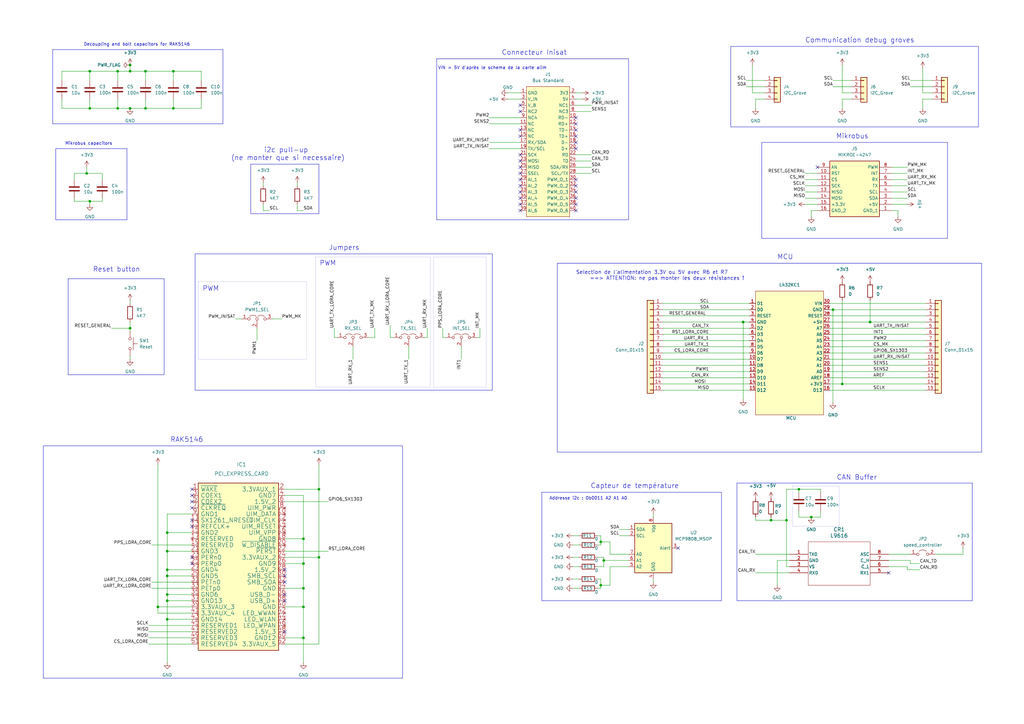
<source format=kicad_sch>
(kicad_sch (version 20231120) (generator "eeschema") (generator_version "8.0")
  (paper "A3")
  (junction (at 64.77 248.92))
  (junction (at 322.58 213.36))
  (junction (at 68.58 254))
  (junction (at 68.58 226.06))
  (junction (at 316.23 213.36))
  (junction (at 341.63 127))
  (junction (at 68.58 233.68))
  (junction (at 124.46 231.14))
  (junction (at 68.58 218.44))
  (junction (at 124.46 261.62))
  (junction (at 124.46 248.92))
  (junction (at 71.12 44.45))
  (junction (at 36.83 29.21))
  (junction (at 356.87 132.08))
  (junction (at 53.34 134.62))
  (junction (at 35.56 71.12))
  (junction (at 332.74 212.09))
  (junction (at 304.8 132.08))
  (junction (at 59.69 44.45))
  (junction (at 124.46 220.98))
  (junction (at 130.81 228.6))
  (junction (at 48.26 29.21))
  (junction (at 59.69 29.21))
  (junction (at 246.38 240.03))
  (junction (at 48.26 44.45))
  (junction (at 327.66 200.66))
  (junction (at 71.12 29.21))
  (junction (at 246.38 222.25))
  (junction (at 53.34 26.67))
  (junction (at 53.34 44.45))
  (junction (at 130.81 200.66))
  (junction (at 247.65 229.87))
  (junction (at 345.44 157.48))
  (junction (at 68.58 246.38))
  (junction (at 124.46 241.3))
  (junction (at 36.83 44.45))
  (junction (at 68.58 243.84))
  (junction (at 53.34 29.21))
  (junction (at 36.83 82.55))
  (junction (at 68.58 236.22))
  (no_connect (at 236.22 78.74))
  (no_connect (at 278.13 224.79))
  (no_connect (at 236.22 60.96))
  (no_connect (at 213.36 76.2))
  (no_connect (at 116.84 259.08))
  (no_connect (at 364.49 234.95))
  (no_connect (at 78.74 231.14))
  (no_connect (at 236.22 73.66))
  (no_connect (at 213.36 45.72))
  (no_connect (at 116.84 233.68))
  (no_connect (at 236.22 86.36))
  (no_connect (at 236.22 83.82))
  (no_connect (at 213.36 43.18))
  (no_connect (at 236.22 76.2))
  (no_connect (at 213.36 81.28))
  (no_connect (at 236.22 53.34))
  (no_connect (at 213.36 71.12))
  (no_connect (at 335.28 68.58))
  (no_connect (at 78.74 205.74))
  (no_connect (at 213.36 55.88))
  (no_connect (at 78.74 228.6))
  (no_connect (at 78.74 203.2))
  (no_connect (at 213.36 66.04))
  (no_connect (at 213.36 73.66))
  (no_connect (at 116.84 238.76))
  (no_connect (at 213.36 78.74))
  (no_connect (at 213.36 53.34))
  (no_connect (at 213.36 83.82))
  (no_connect (at 213.36 63.5))
  (no_connect (at 116.84 236.22))
  (no_connect (at 116.84 246.38))
  (no_connect (at 236.22 55.88))
  (no_connect (at 213.36 68.58))
  (no_connect (at 213.36 86.36))
  (no_connect (at 236.22 50.8))
  (no_connect (at 78.74 208.28))
  (no_connect (at 78.74 213.36))
  (no_connect (at 78.74 215.9))
  (no_connect (at 78.74 200.66))
  (no_connect (at 236.22 81.28))
  (no_connect (at 116.84 243.84))
  (no_connect (at 236.22 48.26))
  (no_connect (at 236.22 58.42))
  (wire (pts (xy 234.95 241.3) (xy 237.49 241.3)))
  (wire (pts (xy 236.22 38.1) (xy 238.76 38.1)))
  (wire (pts (xy 110.49 86.36) (xy 107.95 86.36)))
  (wire (pts (xy 68.58 210.82) (xy 78.74 210.82)))
  (wire (pts (xy 330.2 76.2) (xy 335.28 76.2)))
  (wire (pts (xy 78.74 251.46) (xy 64.77 251.46)))
  (wire (pts (xy 309.88 227.33) (xy 323.85 227.33)))
  (wire (pts (xy 124.46 86.36) (xy 121.92 86.36)))
  (wire (pts (xy 308.61 38.1) (xy 313.69 38.1)))
  (wire (pts (xy 271.78 134.62) (xy 307.34 134.62)))
  (wire (pts (xy 130.81 190.5) (xy 130.81 200.66)))
  (wire (pts (xy 200.66 60.96) (xy 213.36 60.96)))
  (wire (pts (xy 373.38 231.14) (xy 373.38 229.87)))
  (wire (pts (xy 48.26 40.64) (xy 48.26 44.45)))
  (polyline (pts (xy 21.59 20.32) (xy 21.59 50.8)))
  (wire (pts (xy 236.22 40.64) (xy 238.76 40.64)))
  (wire (pts (xy 167.64 142.24) (xy 167.64 147.32)))
  (wire (pts (xy 250.19 227.33) (xy 250.19 222.25)))
  (wire (pts (xy 160.02 133.35) (xy 160.02 138.43)))
  (wire (pts (xy 68.58 246.38) (xy 78.74 246.38)))
  (wire (pts (xy 208.28 40.64) (xy 213.36 40.64)))
  (wire (pts (xy 48.26 29.21) (xy 48.26 33.02)))
  (wire (pts (xy 323.85 229.87) (xy 318.77 229.87)))
  (wire (pts (xy 365.76 68.58) (xy 372.11 68.58)))
  (wire (pts (xy 60.96 256.54) (xy 78.74 256.54)))
  (wire (pts (xy 304.8 132.08) (xy 304.8 163.83)))
  (wire (pts (xy 341.63 35.56) (xy 349.25 35.56)))
  (wire (pts (xy 68.58 236.22) (xy 68.58 243.84)))
  (wire (pts (xy 68.58 243.84) (xy 68.58 246.38)))
  (wire (pts (xy 64.77 190.5) (xy 64.77 248.92)))
  (wire (pts (xy 340.36 132.08) (xy 356.87 132.08)))
  (wire (pts (xy 332.74 86.36) (xy 335.28 86.36)))
  (wire (pts (xy 71.12 40.64) (xy 71.12 44.45)))
  (wire (pts (xy 365.76 78.74) (xy 372.11 78.74)))
  (wire (pts (xy 189.23 142.24) (xy 189.23 147.32)))
  (wire (pts (xy 124.46 248.92) (xy 124.46 261.62)))
  (wire (pts (xy 107.95 86.36) (xy 107.95 83.82)))
  (wire (pts (xy 394.97 227.33) (xy 383.54 227.33)))
  (wire (pts (xy 68.58 243.84) (xy 78.74 243.84)))
  (wire (pts (xy 340.36 124.46) (xy 379.73 124.46)))
  (wire (pts (xy 308.61 38.1) (xy 308.61 26.67)))
  (wire (pts (xy 124.46 261.62) (xy 116.84 261.62)))
  (wire (pts (xy 341.63 33.02) (xy 349.25 33.02)))
  (wire (pts (xy 25.4 40.64) (xy 25.4 44.45)))
  (wire (pts (xy 341.63 127) (xy 379.73 127)))
  (wire (pts (xy 340.36 157.48) (xy 345.44 157.48)))
  (wire (pts (xy 271.78 144.78) (xy 307.34 144.78)))
  (wire (pts (xy 250.19 240.03) (xy 246.38 240.03)))
  (wire (pts (xy 45.72 134.62) (xy 53.34 134.62)))
  (wire (pts (xy 30.48 82.55) (xy 36.83 82.55)))
  (wire (pts (xy 340.36 134.62) (xy 379.73 134.62)))
  (wire (pts (xy 234.95 219.71) (xy 237.49 219.71)))
  (wire (pts (xy 181.61 134.62) (xy 181.61 138.43)))
  (wire (pts (xy 271.78 147.32) (xy 307.34 147.32)))
  (wire (pts (xy 62.23 241.3) (xy 78.74 241.3)))
  (wire (pts (xy 246.38 223.52) (xy 246.38 222.25)))
  (wire (pts (xy 41.91 71.12) (xy 41.91 73.66)))
  (wire (pts (xy 322.58 213.36) (xy 316.23 213.36)))
  (wire (pts (xy 130.81 264.16) (xy 116.84 264.16)))
  (wire (pts (xy 340.36 139.7) (xy 379.73 139.7)))
  (wire (pts (xy 245.11 232.41) (xy 247.65 232.41)))
  (wire (pts (xy 68.58 226.06) (xy 78.74 226.06)))
  (wire (pts (xy 250.19 232.41) (xy 250.19 240.03)))
  (polyline (pts (xy 52.07 90.17) (xy 22.86 90.17)))
  (wire (pts (xy 30.48 82.55) (xy 30.48 81.28)))
  (wire (pts (xy 68.58 246.38) (xy 68.58 254)))
  (wire (pts (xy 35.56 71.12) (xy 41.91 71.12)))
  (wire (pts (xy 365.76 86.36) (xy 368.3 86.36)))
  (wire (pts (xy 30.48 71.12) (xy 35.56 71.12)))
  (wire (pts (xy 271.78 129.54) (xy 307.34 129.54)))
  (wire (pts (xy 365.76 73.66) (xy 372.11 73.66)))
  (polyline (pts (xy 165.1 278.13) (xy 17.78 278.13)))
  (wire (pts (xy 62.23 238.76) (xy 78.74 238.76)))
  (wire (pts (xy 340.36 152.4) (xy 379.73 152.4)))
  (wire (pts (xy 121.92 86.36) (xy 121.92 83.82)))
  (wire (pts (xy 382.27 38.1) (xy 378.46 38.1)))
  (wire (pts (xy 137.16 134.62) (xy 137.16 138.43)))
  (wire (pts (xy 245.11 241.3) (xy 246.38 241.3)))
  (wire (pts (xy 53.34 147.32) (xy 53.34 146.05)))
  (wire (pts (xy 271.78 137.16) (xy 307.34 137.16)))
  (wire (pts (xy 200.66 48.26) (xy 213.36 48.26)))
  (wire (pts (xy 160.02 138.43) (xy 161.29 138.43)))
  (wire (pts (xy 341.63 127) (xy 340.36 127)))
  (wire (pts (xy 306.07 33.02) (xy 313.69 33.02)))
  (wire (pts (xy 36.83 82.55) (xy 36.83 83.82)))
  (polyline (pts (xy 91.44 50.8) (xy 21.59 50.8)))
  (wire (pts (xy 124.46 241.3) (xy 124.46 248.92)))
  (wire (pts (xy 356.87 132.08) (xy 379.73 132.08)))
  (wire (pts (xy 254 219.71) (xy 257.81 219.71)))
  (wire (pts (xy 327.66 209.55) (xy 327.66 212.09)))
  (wire (pts (xy 105.41 134.62) (xy 105.41 139.7)))
  (wire (pts (xy 59.69 29.21) (xy 71.12 29.21)))
  (wire (pts (xy 313.69 40.64) (xy 309.88 40.64)))
  (wire (pts (xy 246.38 241.3) (xy 246.38 240.03)))
  (wire (pts (xy 200.66 50.8) (xy 213.36 50.8)))
  (wire (pts (xy 309.88 234.95) (xy 323.85 234.95)))
  (wire (pts (xy 62.23 223.52) (xy 78.74 223.52)))
  (wire (pts (xy 340.36 147.32) (xy 379.73 147.32)))
  (wire (pts (xy 377.19 231.14) (xy 373.38 231.14)))
  (wire (pts (xy 318.77 229.87) (xy 318.77 240.03)))
  (wire (pts (xy 60.96 264.16) (xy 78.74 264.16)))
  (wire (pts (xy 336.55 212.09) (xy 332.74 212.09)))
  (wire (pts (xy 257.81 232.41) (xy 250.19 232.41)))
  (wire (pts (xy 307.34 132.08) (xy 304.8 132.08)))
  (wire (pts (xy 59.69 40.64) (xy 59.69 44.45)))
  (wire (pts (xy 68.58 218.44) (xy 78.74 218.44)))
  (wire (pts (xy 41.91 82.55) (xy 41.91 81.28)))
  (wire (pts (xy 322.58 232.41) (xy 323.85 232.41)))
  (wire (pts (xy 340.36 160.02) (xy 379.73 160.02)))
  (wire (pts (xy 245.11 223.52) (xy 246.38 223.52)))
  (wire (pts (xy 356.87 123.19) (xy 356.87 132.08)))
  (wire (pts (xy 236.22 68.58) (xy 242.57 68.58)))
  (wire (pts (xy 365.76 81.28) (xy 372.11 81.28)))
  (wire (pts (xy 82.55 44.45) (xy 82.55 40.64)))
  (wire (pts (xy 309.88 213.36) (xy 316.23 213.36)))
  (wire (pts (xy 246.38 222.25) (xy 246.38 219.71)))
  (wire (pts (xy 309.88 40.64) (xy 309.88 44.45)))
  (wire (pts (xy 36.83 40.64) (xy 36.83 44.45)))
  (wire (pts (xy 254 217.17) (xy 257.81 217.17)))
  (wire (pts (xy 124.46 241.3) (xy 116.84 241.3)))
  (wire (pts (xy 247.65 228.6) (xy 245.11 228.6)))
  (wire (pts (xy 349.25 40.64) (xy 345.44 40.64)))
  (wire (pts (xy 116.84 205.74) (xy 134.62 205.74)))
  (wire (pts (xy 71.12 44.45) (xy 82.55 44.45)))
  (wire (pts (xy 271.78 124.46) (xy 307.34 124.46)))
  (wire (pts (xy 247.65 232.41) (xy 247.65 229.87)))
  (wire (pts (xy 345.44 38.1) (xy 345.44 26.67)))
  (wire (pts (xy 336.55 200.66) (xy 336.55 201.93)))
  (wire (pts (xy 71.12 29.21) (xy 71.12 33.02)))
  (wire (pts (xy 330.2 83.82) (xy 335.28 83.82)))
  (wire (pts (xy 25.4 29.21) (xy 25.4 33.02)))
  (wire (pts (xy 53.34 29.21) (xy 48.26 29.21)))
  (wire (pts (xy 48.26 29.21) (xy 36.83 29.21)))
  (wire (pts (xy 234.95 232.41) (xy 237.49 232.41)))
  (wire (pts (xy 330.2 78.74) (xy 335.28 78.74)))
  (wire (pts (xy 242.57 45.72) (xy 236.22 45.72)))
  (wire (pts (xy 378.46 40.64) (xy 378.46 44.45)))
  (wire (pts (xy 96.52 130.81) (xy 99.06 130.81)))
  (wire (pts (xy 271.78 157.48) (xy 307.34 157.48)))
  (wire (pts (xy 25.4 44.45) (xy 36.83 44.45)))
  (polyline (pts (xy 91.44 20.32) (xy 91.44 50.8)))
  (wire (pts (xy 53.34 29.21) (xy 59.69 29.21)))
  (wire (pts (xy 378.46 38.1) (xy 378.46 27.94)))
  (wire (pts (xy 153.67 134.62) (xy 153.67 138.43)))
  (wire (pts (xy 330.2 81.28) (xy 335.28 81.28)))
  (wire (pts (xy 340.36 154.94) (xy 379.73 154.94)))
  (wire (pts (xy 246.38 240.03) (xy 246.38 237.49)))
  (wire (pts (xy 247.65 229.87) (xy 247.65 228.6)))
  (wire (pts (xy 236.22 71.12) (xy 242.57 71.12)))
  (wire (pts (xy 336.55 200.66) (xy 327.66 200.66)))
  (wire (pts (xy 124.46 248.92) (xy 116.84 248.92)))
  (wire (pts (xy 68.58 233.68) (xy 78.74 233.68)))
  (wire (pts (xy 200.66 58.42) (xy 213.36 58.42)))
  (wire (pts (xy 130.81 200.66) (xy 130.81 228.6)))
  (wire (pts (xy 345.44 157.48) (xy 379.73 157.48)))
  (wire (pts (xy 267.97 237.49) (xy 267.97 238.76)))
  (wire (pts (xy 130.81 200.66) (xy 116.84 200.66)))
  (wire (pts (xy 68.58 254) (xy 78.74 254)))
  (wire (pts (xy 336.55 209.55) (xy 336.55 212.09)))
  (wire (pts (xy 316.23 212.09) (xy 316.23 213.36)))
  (wire (pts (xy 234.95 228.6) (xy 237.49 228.6)))
  (wire (pts (xy 60.96 259.08) (xy 78.74 259.08)))
  (wire (pts (xy 36.83 29.21) (xy 36.83 33.02)))
  (wire (pts (xy 271.78 142.24) (xy 307.34 142.24)))
  (wire (pts (xy 59.69 44.45) (xy 71.12 44.45)))
  (wire (pts (xy 345.44 123.19) (xy 345.44 157.48)))
  (wire (pts (xy 368.3 86.36) (xy 368.3 88.9)))
  (wire (pts (xy 271.78 132.08) (xy 304.8 132.08)))
  (wire (pts (xy 68.58 271.78) (xy 68.58 254)))
  (wire (pts (xy 322.58 213.36) (xy 322.58 232.41)))
  (wire (pts (xy 364.49 227.33) (xy 373.38 227.33)))
  (wire (pts (xy 330.2 71.12) (xy 335.28 71.12)))
  (wire (pts (xy 372.11 232.41) (xy 364.49 232.41)))
  (wire (pts (xy 124.46 203.2) (xy 124.46 220.98)))
  (wire (pts (xy 365.76 71.12) (xy 372.11 71.12)))
  (wire (pts (xy 306.07 35.56) (xy 313.69 35.56)))
  (wire (pts (xy 124.46 220.98) (xy 116.84 220.98)))
  (wire (pts (xy 271.78 139.7) (xy 307.34 139.7)))
  (wire (pts (xy 340.36 149.86) (xy 379.73 149.86)))
  (wire (pts (xy 309.88 212.09) (xy 309.88 213.36)))
  (wire (pts (xy 247.65 229.87) (xy 257.81 229.87)))
  (wire (pts (xy 121.92 74.93) (xy 121.92 76.2)))
  (wire (pts (xy 36.83 44.45) (xy 48.26 44.45)))
  (wire (pts (xy 68.58 226.06) (xy 68.58 233.68)))
  (wire (pts (xy 124.46 203.2) (xy 116.84 203.2)))
  (wire (pts (xy 68.58 210.82) (xy 68.58 218.44)))
  (wire (pts (xy 234.95 237.49) (xy 237.49 237.49)))
  (wire (pts (xy 107.95 74.93) (xy 107.95 76.2)))
  (wire (pts (xy 124.46 231.14) (xy 124.46 241.3)))
  (wire (pts (xy 68.58 233.68) (xy 68.58 236.22)))
  (wire (pts (xy 36.83 82.55) (xy 41.91 82.55)))
  (wire (pts (xy 196.85 138.43) (xy 195.58 138.43)))
  (wire (pts (xy 327.66 212.09) (xy 332.74 212.09)))
  (wire (pts (xy 130.81 228.6) (xy 116.84 228.6)))
  (wire (pts (xy 53.34 44.45) (xy 59.69 44.45)))
  (wire (pts (xy 48.26 44.45) (xy 53.34 44.45)))
  (wire (pts (xy 64.77 248.92) (xy 78.74 248.92)))
  (wire (pts (xy 35.56 68.58) (xy 35.56 71.12)))
  (wire (pts (xy 271.78 149.86) (xy 307.34 149.86)))
  (wire (pts (xy 82.55 29.21) (xy 82.55 33.02)))
  (wire (pts (xy 267.97 210.82) (xy 267.97 212.09)))
  (wire (pts (xy 271.78 152.4) (xy 307.34 152.4)))
  (polyline (pts (xy 22.86 60.96) (xy 52.07 60.96)))
  (wire (pts (xy 377.19 233.68) (xy 372.11 233.68)))
  (wire (pts (xy 130.81 228.6) (xy 130.81 264.16)))
  (wire (pts (xy 53.34 135.89) (xy 53.34 134.62)))
  (wire (pts (xy 340.36 137.16) (xy 379.73 137.16)))
  (wire (pts (xy 181.61 138.43) (xy 182.88 138.43)))
  (wire (pts (xy 257.81 227.33) (xy 250.19 227.33)))
  (wire (pts (xy 53.34 134.62) (xy 53.34 132.08)))
  (wire (pts (xy 322.58 200.66) (xy 322.58 213.36)))
  (wire (pts (xy 365.76 76.2) (xy 372.11 76.2)))
  (wire (pts (xy 236.22 63.5) (xy 242.57 63.5)))
  (wire (pts (xy 242.57 43.18) (xy 236.22 43.18)))
  (wire (pts (xy 271.78 154.94) (xy 307.34 154.94)))
  (wire (pts (xy 124.46 220.98) (xy 124.46 231.14)))
  (wire (pts (xy 59.69 29.21) (xy 59.69 33.02)))
  (wire (pts (xy 36.83 29.21) (xy 25.4 29.21)))
  (wire (pts (xy 30.48 73.66) (xy 30.48 71.12)))
  (wire (pts (xy 340.36 129.54) (xy 379.73 129.54)))
  (wire (pts (xy 53.34 123.19) (xy 53.34 124.46)))
  (wire (pts (xy 153.67 138.43) (xy 151.13 138.43)))
  (wire (pts (xy 365.76 83.82) (xy 372.11 83.82)))
  (wire (pts (xy 327.66 200.66) (xy 327.66 201.93)))
  (wire (pts (xy 373.38 33.02) (xy 382.27 33.02)))
  (wire (pts (xy 124.46 271.78) (xy 124.46 261.62)))
  (wire (pts (xy 137.16 138.43) (xy 138.43 138.43)))
  (wire (pts (xy 271.78 127) (xy 307.34 127)))
  (wire (pts (xy 111.76 130.81) (xy 115.57 130.81)))
  (wire (pts (xy 250.19 222.25) (xy 246.38 222.25)))
  (wire (pts (xy 246.38 237.49) (xy 245.11 237.49)))
  (polyline (pts (xy 22.86 60.96) (xy 22.86 90.17)))
  (wire (pts (xy 64.77 251.46) (xy 64.77 248.92)))
  (wire (pts (xy 373.38 35.56) (xy 382.27 35.56)))
  (wire (pts (xy 349.25 38.1) (xy 345.44 38.1)))
  (wire (pts (xy 234.95 223.52) (xy 237.49 223.52)))
  (wire (pts (xy 394.97 224.79) (xy 394.97 227.33)))
  (wire (pts (xy 71.12 29.21) (xy 82.55 29.21)))
  (wire (pts (xy 246.38 219.71) (xy 245.11 219.71)))
  (polyline (pts (xy 52.07 60.96) (xy 52.07 90.17)))
  (wire (pts (xy 340.36 142.24) (xy 379.73 142.24)))
  (wire (pts (xy 373.38 229.87) (xy 364.49 229.87)))
  (wire (pts (xy 382.27 40.64) (xy 378.46 40.64)))
  (wire (pts (xy 144.78 142.24) (xy 144.78 147.32)))
  (polyline (pts (xy 17.78 182.88) (xy 17.78 278.13)))
  (wire (pts (xy 196.85 134.62) (xy 196.85 138.43)))
  (wire (pts (xy 175.26 138.43) (xy 173.99 138.43)))
  (wire (pts (xy 68.58 218.44) (xy 68.58 226.06)))
  (wire (pts (xy 60.96 261.62) (xy 78.74 261.62)))
  (wire (pts (xy 330.2 73.66) (xy 335.28 73.66)))
  (polyline (pts (xy 165.1 182.88) (xy 165.1 278.13)))
  (polyline (pts (xy 21.59 20.32) (xy 91.44 20.32)))
  (wire (pts (xy 68.58 236.22) (xy 78.74 236.22)))
  (wire (pts (xy 372.11 233.68) (xy 372.11 232.41)))
  (wire (pts (xy 213.36 38.1) (xy 208.28 38.1)))
  (wire (pts (xy 341.63 127) (xy 341.63 165.1)))
  (wire (pts (xy 236.22 66.04) (xy 242.57 66.04)))
  (wire (pts (xy 327.66 200.66) (xy 322.58 200.66)))
  (polyline (pts (xy 17.78 182.88) (xy 165.1 182.88)))
  (wire (pts (xy 340.36 144.78) (xy 379.73 144.78)))
  (wire (pts (xy 175.26 134.62) (xy 175.26 138.43)))
  (wire (pts (xy 124.46 231.14) (xy 116.84 231.14)))
  (wire (pts (xy 345.44 40.64) (xy 345.44 44.45)))
  (wire (pts (xy 53.34 26.67) (xy 53.34 29.21)))
  (wire (pts (xy 116.84 226.06) (xy 134.62 226.06)))
  (wire (pts (xy 271.78 160.02) (xy 307.34 160.02)))
  (wire (pts (xy 332.74 88.9) (xy 332.74 86.36)))
  (rectangle (start 228.6 107.95) (end 402.59 185.42))
  (rectangle (start 312.42 58.42) (end 388.62 97.79))
  (rectangle (start 325.12 199.39) (end 344.17 215.9) (stroke (width 0) (type dot)))
  (rectangle (start 81.28 115.57) (end 125.73 147.32) (stroke (width 0) (type dot)))
  (rectangle (start 179.07 24.13) (end 257.81 90.17))
  (rectangle (start 299.72 19.05) (end 401.32 52.07))
  (rectangle (start 80.01 104.14) (end 201.93 160.02))
  (rectangle (start 222.25 201.93) (end 295.91 246.38))
  (rectangle (start 129.54 105.41) (end 176.53 158.75) (stroke (width 0) (type dot)))
  (rectangle (start 177.8 105.41) (end 199.39 158.75) (stroke (width 0) (type dot)))
  (rectangle (start 102.87 67.31) (end 130.81 87.63))
  (rectangle (start 27.94 114.3) (end 67.31 153.67))
  (rectangle (start 302.26 198.12) (end 398.78 246.38))
  (text "Connecteur Inisat\n" (at 205.74 22.86 0) (effects (font (size 2 2)) (justify left bottom)))
  (text "Capteur de température" (at 260.35 199.39 0) (effects (font (size 2 2))))
  (text "RAK5146\n" (at 69.85 181.61 0) (effects (font (size 2 2)) (justify left bottom)))
  (text "PWM" (at 83.058 119.634 0) (effects (font (size 2 2)) (justify left bottom)))
  (text "VIN = 5V d'après le schema de la carte alim" (at 201.93 27.94 0) (effects (font (size 1.27 1.27))))
  (text "Selection de l'alimentation 3.3V ou 5V avec R6 et R7\n	==> ATTENTION: ne pas monter les deux résistances !" (at 236.22 113.03 0) (effects (font (size 1.5 1.5)) (justify left)))
  (text "Mikrobus capacitors" (at 26.67 59.69 0) (effects (font (size 1.27 1.27)) (justify left bottom)))
  (text "Communication debug groves" (at 330.2 17.78 0) (effects (font (size 2 2)) (justify left bottom)))
  (text "Addresse i2c : 0b0011 A2 A1 A0" (at 241.3 204.47 0) (effects (font (size 1.27 1.27))))
  (text "Mikrobus" (at 342.9 57.15 0) (effects (font (size 2 2)) (justify left bottom)))
  (text "MCU" (at 318.77 106.68 0) (effects (font (size 2 2)) (justify left bottom)))
  (text "CAN Buffer\n" (at 343.154 197.104 0) (effects (font (size 2 2)) (justify left bottom)))
  (text "Jumpers" (at 134.874 102.87 0) (effects (font (size 2 2)) (justify left bottom)))
  (text "PWM" (at 131.064 109.22 0) (effects (font (size 2 2)) (justify left bottom)))
  (text "Decoupling and bolt capacitors for RAK5146" (at 34.29 19.05 0) (effects (font (size 1.27 1.27)) (justify left bottom)))
  (text "i2c pull-up \n(ne monter que si necessaire)" (at 118.11 66.04 0) (effects (font (size 2 2)) (justify bottom)))
  (text "Reset button\n" (at 38.1 111.76 0) (effects (font (size 2 2)) (justify left bottom)))
  (label "UART_TX_1" (at 290.83 142.24 180))
  (label "SENS1" (at 358.14 149.86 0))
  (label "PPS_LORA_CORE" (at 62.23 223.52 180))
  (label "SCLK" (at 358.14 160.02 0))
  (label "AREF" (at 358.14 154.94 0))
  (label "SENS1" (at 242.57 45.72 0))
  (label "CS_LORA_CORE" (at 60.96 264.16 180))
  (label "PWM2" (at 200.66 48.26 180))
  (label "CS_MK" (at 330.2 73.66 180))
  (label "MOSI" (at 330.2 78.74 180))
  (label "UART_RX_1" (at 144.78 147.32 270))
  (label "CAN_TD" (at 242.57 66.04 0))
  (label "MISO" (at 60.96 259.08 180))
  (label "CAN_TX" (at 290.83 134.62 180))
  (label "RESET_GENERAL" (at 330.2 71.12 180))
  (label "GPIO6_SX1303" (at 358.14 144.78 0))
  (label "PWM1" (at 290.83 152.4 180))
  (label "SCLK" (at 330.2 76.2 180))
  (label "SCL" (at 242.57 71.12 0))
  (label "CS_LORA_CORE" (at 290.83 144.78 180))
  (label "UART_RX_MK" (at 175.26 134.62 90))
  (label "CS_MK" (at 358.14 142.24 0))
  (label "CAN_RX" (at 290.83 154.94 180))
  (label "SDA" (at 124.46 86.36 0))
  (label "GPIO6_SX1303" (at 134.62 205.74 0))
  (label "UART_RX_1" (at 290.83 139.7 180))
  (label "UART_TX_MK" (at 153.67 134.62 90))
  (label "SDA" (at 254 217.17 180))
  (label "RST_LORA_CORE" (at 290.83 137.16 180))
  (label "INT_MK" (at 372.11 71.12 0))
  (label "MISO" (at 290.83 160.02 180))
  (label "PWM_MK" (at 115.57 130.81 0))
  (label "PWM_INISAT" (at 242.57 43.18 0))
  (label "MISO" (at 330.2 81.28 180))
  (label "SCL" (at 341.63 33.02 180))
  (label "CAN_RX" (at 309.88 234.95 180))
  (label "SENS2" (at 200.66 50.8 180))
  (label "SCL" (at 306.07 33.02 180))
  (label "INT1" (at 358.14 137.16 0))
  (label "UART_RX_MK" (at 372.11 73.66 0))
  (label "MOSI" (at 60.96 261.62 180))
  (label "UART_TX_1" (at 167.64 147.32 270))
  (label "SCL" (at 110.49 86.36 0))
  (label "PPS_LORA_CORE" (at 181.61 134.62 90))
  (label "SDA" (at 290.83 127 180))
  (label "SCL" (at 254 219.71 180))
  (label "SCLK" (at 60.96 256.54 180))
  (label "PWM_INISAT" (at 96.52 130.81 180))
  (label "PWM_MK" (at 372.11 68.58 0))
  (label "RESET_GENERAL" (at 45.72 134.62 180))
  (label "PWM1" (at 105.41 139.7 270))
  (label "MOSI" (at 289.56 157.48 180))
  (label "UART_TX_LORA_CORE" (at 137.16 134.62 90))
  (label "SENS2" (at 358.14 152.4 0))
  (label "UART_TX_MK" (at 372.11 76.2 0))
  (label "SCL" (at 373.38 33.02 180))
  (label "CAN_TX" (at 309.88 227.33 180))
  (label "PWM2" (at 358.14 139.7 0))
  (label "UART_RX_INISAT" (at 358.14 147.32 0))
  (label "UART_TX_LORA_CORE" (at 62.23 238.76 180))
  (label "SDA" (at 341.63 35.56 180))
  (label "CAN_TD" (at 377.19 231.14 0))
  (label "UART_TX_INISAT" (at 200.66 60.96 180))
  (label "SDA" (at 242.57 68.58 0))
  (label "CAN_RD" (at 377.19 233.68 0))
  (label "SDA" (at 373.38 35.56 180))
  (label "INT1" (at 189.23 147.32 270))
  (label "UART_RX_INISAT" (at 200.66 58.42 180))
  (label "RST_LORA_CORE" (at 134.62 226.06 0))
  (label "RESET_GENERAL" (at 289.56 129.54 180))
  (label "SDA" (at 306.07 35.56 180))
  (label "CAN_RD" (at 242.57 63.5 0))
  (label "UART_TX_INISAT" (at 358.14 134.62 0))
  (label "UART_RX_LORA_CORE" (at 160.02 133.35 90))
  (label "INT_MK" (at 196.85 134.62 90))
  (label "SCL" (at 290.83 124.46 180))
  (label "SDA" (at 372.11 81.28 0))
  (label "SCL" (at 372.11 78.74 0))
  (label "UART_RX_LORA_CORE" (at 62.23 241.3 180))
  (symbol (lib_id "Connector_Generic:Conn_01x04") (at 354.33 35.56 0) (unit 1)
    (property "Reference" "J6" (at 356.87 35.56 0) (effects (justify left)))
    (property "Value" "I2C_Grove" (at 356.87 38.1 0) (effects (justify left)))
    (property "Footprint" "Connector:NS-Tech_Grove_1x04_P2mm_Vertical" (effects (hide yes)))
  )
  (symbol (lib_id "power:+3.3V") (at 394.97 224.79 0) (unit 1)
    (property "Reference" "#PWR031" (effects (hide yes)))
    (property "Value" "+3V3" (at 394.97 219.71 0))
  )
  (symbol (lib_id "Jumper:Jumper_3_Open") (at 167.64 138.43 0) (unit 1) (exclude_from_sim yes) (in_bom no)
    (property "Reference" "JP4" (at 167.64 132.08 0))
    (property "Value" "TX_SEL" (at 167.64 134.62 0))
    (property "Footprint" "Connector_PinHeader_1.27mm:PinHeader_1x03_P1.27mm_Vertical" (effects (hide yes)))
    (property "Description" "Jumper, 3-pole, both open" (effects (hide yes)))
  )
  (symbol (lib_id "Device:R") (at 309.88 208.28 0) (unit 1)
    (property "Reference" "R8" (at 311.15 207.264 0) (effects (justify left)))
    (property "Value" "0" (at 311.15 209.804 0) (effects (justify left)))
    (property "Footprint" "Resistor_SMD:R_0805_2012Metric_Pad1.20x1.40mm_HandSolder" (effects (hide yes)))
    (property "Description" "Resistor" (effects (hide yes)))
  )
  (symbol (lib_id "power:GND") (at 332.74 88.9 0) (unit 1)
    (property "Reference" "#PWR015" (effects (hide yes)))
    (property "Value" "GND" (at 332.74 93.98 0))
  )
  (symbol (lib_id "Jumper:Jumper_3_Open") (at 189.23 138.43 0) (unit 1) (exclude_from_sim yes) (in_bom no)
    (property "Reference" "JP5" (at 189.23 132.08 0))
    (property "Value" "INT_SEL" (at 189.23 134.62 0))
    (property "Footprint" "Connector_PinHeader_1.27mm:PinHeader_1x03_P1.27mm_Vertical" (effects (hide yes)))
    (property "Description" "Jumper, 3-pole, both open" (effects (hide yes)))
  )
  (symbol (lib_id "Device:C") (at 25.4 36.83 0) (unit 1)
    (property "Reference" "C1" (at 29.21 35.5599 0) (effects (justify left)))
    (property "Value" "10u" (at 29.21 38.0999 0) (effects (justify left)))
    (property "Footprint" "Capacitor_SMD:C_0805_2012Metric_Pad1.18x1.45mm_HandSolder" (effects (hide yes)))
  )
  (symbol (lib_id "Jumper:Jumper_3_Open") (at 144.78 138.43 0) (unit 1) (exclude_from_sim yes) (in_bom no)
    (property "Reference" "JP3" (at 144.78 132.08 0))
    (property "Value" "RX_SEL" (at 144.78 134.62 0))
    (property "Footprint" "Connector_PinHeader_1.27mm:PinHeader_1x03_P1.27mm_Vertical" (effects (hide yes)))
    (property "Description" "Jumper, 3-pole, both open" (effects (hide yes)))
  )
  (symbol (lib_name "GND_1") (lib_id "power:GND") (at 234.95 241.3 270) (unit 1)
    (property "Reference" "#PWR047" (effects (hide yes)))
    (property "Value" "GND" (at 231.14 241.2999 90) (effects (justify right)))
  )
  (symbol (lib_id "Device:C") (at 71.12 36.83 0) (unit 1)
    (property "Reference" "C8" (at 74.93 35.56 0) (effects (justify left)))
    (property "Value" "100n" (at 74.93 38.1 0) (effects (justify left)))
    (property "Footprint" "Capacitor_SMD:C_0805_2012Metric_Pad1.18x1.45mm_HandSolder" (effects (hide yes)))
  )
  (symbol (lib_id "power:GND") (at 345.44 44.45 0) (unit 1)
    (property "Reference" "#PWR038" (effects (hide yes)))
    (property "Value" "GND" (at 345.44 49.53 0))
  )
  (symbol (lib_id "Device:R") (at 241.3 223.52 90) (unit 1)
    (property "Reference" "R10" (at 243.078 223.52 90) (effects (justify left)))
    (property "Value" "0" (at 245.364 224.79 90) (effects (justify left)))
    (property "Footprint" "Resistor_SMD:R_0805_2012Metric_Pad1.20x1.40mm_HandSolder" (effects (hide yes)))
    (property "Description" "Resistor" (effects (hide yes)))
  )
  (symbol (lib_id "power:+3.3V") (at 64.77 190.5 0) (unit 1)
    (property "Reference" "#PWR09" (effects (hide yes)))
    (property "Value" "+3V3" (at 64.77 185.42 0))
  )
  (symbol (lib_id "power:+3.3V") (at 53.34 26.67 0) (unit 1)
    (property "Reference" "#PWR05" (effects (hide yes)))
    (property "Value" "+3V3" (at 53.34 21.59 0))
  )
  (symbol (lib_id "Device:R") (at 53.34 128.27 0) (unit 1)
    (property "Reference" "R1" (at 55.88 126.9999 0) (effects (justify left)))
    (property "Value" "4K7" (at 55.88 129.5399 0) (effects (justify left)))
    (property "Footprint" "Resistor_SMD:R_0805_2012Metric_Pad1.20x1.40mm_HandSolder" (effects (hide yes)))
    (property "Description" "Resistor" (effects (hide yes)))
  )
  (symbol (lib_id "Device:C") (at 327.66 205.74 0) (unit 1)
    (property "Reference" "C7" (at 330.2 204.47 0) (effects (justify left)))
    (property "Value" "10u" (at 330.2 207.01 0) (effects (justify left)))
    (property "Footprint" "Capacitor_SMD:C_0805_2012Metric_Pad1.18x1.45mm_HandSolder" (effects (hide yes)))
  )
  (symbol (lib_id "power:+3.3V") (at 345.44 115.57 0) (unit 1)
    (property "Reference" "#PWR026" (effects (hide yes)))
    (property "Value" "+3V3" (at 345.44 110.49 0))
  )
  (symbol (lib_id "power:GND") (at 309.88 44.45 0) (unit 1)
    (property "Reference" "#PWR033" (effects (hide yes)))
    (property "Value" "GND" (at 309.88 49.53 0))
  )
  (symbol (lib_name "GND_1") (lib_id "power:GND") (at 234.95 223.52 270) (unit 1)
    (property "Reference" "#PWR049" (effects (hide yes)))
    (property "Value" "GND" (at 231.14 223.5199 90) (effects (justify right)))
  )
  (symbol (lib_name "GND_1") (lib_id "power:GND") (at 267.97 238.76 0) (unit 1)
    (property "Reference" "#PWR035" (effects (hide yes)))
    (property "Value" "GND" (at 267.97 243.84 0))
  )
  (symbol (lib_id "power:+3.3V") (at 267.97 210.82 0) (unit 1)
    (property "Reference" "#PWR019" (effects (hide yes)))
    (property "Value" "+3V3" (at 267.97 205.74 0))
  )
  (symbol (lib_name "GND_1") (lib_id "power:GND") (at 234.95 232.41 270) (unit 1)
    (property "Reference" "#PWR048" (effects (hide yes)))
    (property "Value" "GND" (at 231.14 232.4099 90) (effects (justify right)))
  )
  (symbol (lib_id "power:GND") (at 124.46 271.78 0) (unit 1)
    (property "Reference" "#PWR017" (effects (hide yes)))
    (property "Value" "GND" (at 124.46 276.86 0))
  )
  (symbol (lib_id "Device:C") (at 336.55 205.74 0) (unit 1)
    (property "Reference" "C9" (at 339.09 204.47 0) (effects (justify left)))
    (property "Value" "100n" (at 339.09 207.01 0) (effects (justify left)))
    (property "Footprint" "Capacitor_SMD:C_0805_2012Metric_Pad1.18x1.45mm_HandSolder" (effects (hide yes)))
  )
  (symbol (lib_id "power:+5V") (at 372.11 83.82 270) (unit 1)
    (property "Reference" "#PWR030" (effects (hide yes)))
    (property "Value" "+5V" (at 377.19 83.82 0))
    (property "Description" "Power symbol creates a global label with name \"+5V\"" (effects (hide yes)))
  )
  (symbol (lib_id "Device:R") (at 107.95 80.01 0) (unit 1)
    (property "Reference" "R2" (at 110.49 78.7399 0) (effects (justify left)))
    (property "Value" "4K7" (at 110.49 81.2799 0) (effects (justify left)))
    (property "Footprint" "Resistor_SMD:R_0805_2012Metric_Pad1.20x1.40mm_HandSolder" (effects (hide yes)))
    (property "Description" "Resistor" (effects (hide yes)))
  )
  (symbol (lib_name "GND_1") (lib_id "power:GND") (at 341.63 165.1 0) (unit 1)
    (property "Reference" "#PWR034" (effects (hide yes)))
    (property "Value" "GND" (at 341.63 170.18 0))
  )
  (symbol (lib_id "power:+3.3V") (at 35.56 68.58 0) (unit 1)
    (property "Reference" "#PWR01" (effects (hide yes)))
    (property "Value" "+3V3" (at 35.56 63.5 0))
  )
  (symbol (lib_id "Sensor_Temperature:MCP9808_MSOP") (at 267.97 224.79 0) (unit 1)
    (property "Reference" "U2" (at 284.48 218.4714 0))
    (property "Value" "MCP9808_MSOP" (at 284.48 221.0114 0))
    (property "Footprint" "Package_SO:MSOP-8_3x3mm_P0.65mm" (effects (hide yes)))
    (property "Datasheet" "http://ww1.microchip.com/downloads/en/DeviceDoc/22203b.pdf" (effects (hide yes)))
    (property "Description" "+/-0.25C (+/-0.5C) Typical (Maximum), Digital Temperature Sensor, MSOP-8" (effects (hide yes)))
  )
  (symbol (lib_id "Device:R") (at 241.3 241.3 90) (unit 1)
    (property "Reference" "R15" (at 243.078 241.3 90) (effects (justify left)))
    (property "Value" "0" (at 245.364 242.824 90) (effects (justify left)))
    (property "Footprint" "Resistor_SMD:R_0805_2012Metric_Pad1.20x1.40mm_HandSolder" (effects (hide yes)))
    (property "Description" "Resistor" (effects (hide yes)))
  )
  (symbol (lib_id "power:+3.3V") (at 238.76 38.1 270) (unit 1)
    (property "Reference" "#PWR022" (effects (hide yes)))
    (property "Value" "+3V3" (at 242.57 38.0999 90) (effects (justify left)))
  )
  (symbol (lib_id "power:+3.3V") (at 378.46 27.94 0) (unit 1)
    (property "Reference" "#PWR039" (effects (hide yes)))
    (property "Value" "+3V3" (at 378.46 22.86 0))
  )
  (symbol (lib_id "Device:R") (at 345.44 119.38 0) (unit 1)
    (property "Reference" "R6" (at 347.98 118.1099 0) (effects (justify left)))
    (property "Value" "0" (at 347.98 120.6499 0) (effects (justify left)))
    (property "Footprint" "Resistor_SMD:R_0805_2012Metric_Pad1.20x1.40mm_HandSolder" (effects (hide yes)))
    (property "Description" "Resistor" (effects (hide yes)))
  )
  (symbol (lib_id "power:GND") (at 318.77 240.03 0) (unit 1)
    (property "Reference" "#PWR025" (effects (hide yes)))
    (property "Value" "GND" (at 318.77 245.11 0))
  )
  (symbol (lib_id "Device:C") (at 59.69 36.83 0) (unit 1)
    (property "Reference" "C6" (at 63.5 35.56 0) (effects (justify left)))
    (property "Value" "100n" (at 63.5 38.1 0) (effects (justify left)))
    (property "Footprint" "Capacitor_SMD:C_0805_2012Metric_Pad1.18x1.45mm_HandSolder" (effects (hide yes)))
  )
  (symbol (lib_id "power:+3.3V") (at 107.95 74.93 0) (unit 1)
    (property "Reference" "#PWR08" (effects (hide yes)))
    (property "Value" "+3V3" (at 107.95 69.85 0))
  )
  (symbol (lib_id "Com_L432KC_symbols:MIKROE-4247") (at 365.76 86.36 180) (unit 1)
    (property "Reference" "J5" (at 350.52 60.96 0))
    (property "Value" "MIKROE-4247" (at 350.52 63.5 0))
    (property "Footprint" "Com_L432KC_footprint:MIKROE4247" (effects (hide yes)))
    (property "Datasheet" "https://download.mikroe.com/documents/mikrobu_socket/SOCKET%20mikroBUS%2016%20TH.pdf" (effects (hide yes)))
    (property "Description" "Sockets & Adapters SOCKET mikroBUS 16 TH" (effects (hide yes)))
    (property "Height" "11.6" (effects (hide yes)))
    (property "Manufacturer_Name" "Mikroe" (effects (hide yes)))
    (property "Manufacturer_Part_Number" "MIKROE-4247" (effects (hide yes)))
    (property "Mouser Part Number" "932-MIKROE-4247" (effects (hide yes)))
    (property "Mouser Price/Stock" "https://www.mouser.co.uk/ProductDetail/Mikroe/MIKROE-4247?qs=zW32dvEIR3v60RwxHCFyew%3D%3D" (effects (hide yes)))
  )
  (symbol (lib_id "Device:R") (at 356.87 119.38 0) (unit 1)
    (property "Reference" "R7" (at 359.41 118.1099 0) (effects (justify left)))
    (property "Value" "0" (at 359.41 120.6499 0) (effects (justify left)))
    (property "Footprint" "Resistor_SMD:R_0805_2012Metric_Pad1.20x1.40mm_HandSolder" (effects (hide yes)))
    (property "Description" "Resistor" (effects (hide yes)))
  )
  (symbol (lib_id "power:+3.3V") (at 345.44 26.67 0) (unit 1)
    (property "Reference" "#PWR037" (effects (hide yes)))
    (property "Value" "+3V3" (at 345.44 21.59 0))
  )
  (symbol (lib_id "Connector_Generic:Conn_01x04") (at 318.77 35.56 0) (unit 1)
    (property "Reference" "J4" (at 321.31 35.56 0) (effects (justify left)))
    (property "Value" "I2C_Grove" (at 321.31 38.1 0) (effects (justify left)))
    (property "Footprint" "Connector:NS-Tech_Grove_1x04_P2mm_Vertical" (effects (hide yes)))
  )
  (symbol (lib_id "power:+3.3V") (at 308.61 26.67 0) (unit 1)
    (property "Reference" "#PWR032" (effects (hide yes)))
    (property "Value" "+3V3" (at 308.61 21.59 0))
  )
  (symbol (lib_id "Corecell_Intercon_Board:Flatsat_conn") (at 215.9 38.1 0) (unit 1)
    (property "Reference" "J1" (at 224.79 30.48 0))
    (property "Value" "Bus Standard" (at 224.79 33.02 0))
    (property "Footprint" "Com_L432KC_footprint:flatsat_conn" (effects (hide yes)))
  )
  (symbol (lib_id "power:+5V") (at 238.76 40.64 270) (unit 1)
    (property "Reference" "#PWR023" (effects (hide yes)))
    (property "Value" "+5V" (at 242.57 40.6399 90) (effects (justify left)))
    (property "Description" "Power symbol creates a global label with name \"+5V\"" (effects (hide yes)))
  )
  (symbol (lib_name "GND_1") (lib_id "power:GND") (at 304.8 163.83 0) (unit 1)
    (property "Reference" "#PWR027" (effects (hide yes)))
    (property "Value" "GND" (at 304.8 168.91 0))
  )
  (symbol (lib_id "SX_Loracell:PCI_EXPRESS_CARD") (at 81.28 198.12 0) (unit 1)
    (property "Reference" "IC1" (at 99.06 190.5 0) (effects (font (size 1.524 1.524))))
    (property "Value" "PCI_EXPRESS_CARD" (at 99.06 194.31 0) (effects (font (size 1.524 1.524))))
    (property "Footprint" "Connector_PCBEdge:BUS_PCI_Express_Mini" (effects (hide yes)))
  )
  (symbol (lib_id "power:+3.3V") (at 234.95 228.6 90) (unit 1)
    (property "Reference" "#PWR045" (effects (hide yes)))
    (property "Value" "+3V3" (at 231.14 228.5999 90) (effects (justify left)))
  )
  (symbol (lib_id "power:PWR_FLAG") (at 53.34 26.67 90) (unit 1)
    (property "Reference" "#FLG01" (effects (hide yes)))
    (property "Value" "PWR_FLAG" (at 49.53 26.6699 90) (effects (justify left)))
  )
  (symbol (lib_id "Device:C") (at 30.48 77.47 0) (unit 1)
    (property "Reference" "C2" (at 34.29 76.1999 0) (effects (justify left)))
    (property "Value" "10u" (at 34.29 78.7399 0) (effects (justify left)))
    (property "Footprint" "Capacitor_SMD:C_0805_2012Metric_Pad1.18x1.45mm_HandSolder" (effects (hide yes)))
  )
  (symbol (lib_id "Connector_Generic:Conn_01x15") (at 384.81 142.24 0) (unit 1)
    (property "Reference" "J7" (at 387.35 140.97 0) (effects (justify left)))
    (property "Value" "Conn_01x15" (at 387.35 143.51 0) (effects (justify left)))
    (property "Footprint" "Connector_PinSocket_2.54mm:PinSocket_1x15_P2.54mm_Vertical" (effects (hide yes)))
  )
  (symbol (lib_id "power:+3.3V") (at 330.2 83.82 90) (unit 1)
    (property "Reference" "#PWR016" (effects (hide yes)))
    (property "Value" "+3V3" (at 326.39 83.8199 90) (effects (justify left)))
  )
  (symbol (lib_id "power:GND") (at 368.3 88.9 0) (unit 1)
    (property "Reference" "#PWR03" (effects (hide yes)))
    (property "Value" "GND" (at 368.3 93.98 0))
  )
  (symbol (lib_id "power:+3.3V") (at 121.92 74.93 0) (unit 1)
    (property "Reference" "#PWR013" (effects (hide yes)))
    (property "Value" "+3V3" (at 121.92 69.85 0))
  )
  (symbol (lib_id "Jumper:Jumper_3_Open") (at 105.41 130.81 0) (unit 1) (exclude_from_sim yes) (in_bom no)
    (property "Reference" "JP1" (at 105.41 124.46 0))
    (property "Value" "PWM1_SEL" (at 105.41 127 0))
    (property "Footprint" "Connector_PinHeader_1.27mm:PinHeader_1x03_P1.27mm_Vertical" (effects (hide yes)))
    (property "Description" "Jumper, 3-pole, both open" (effects (hide yes)))
  )
  (symbol (lib_id "Device:C") (at 41.91 77.47 0) (unit 1)
    (property "Reference" "C4" (at 45.72 76.1999 0) (effects (justify left)))
    (property "Value" "100n" (at 45.72 78.7399 0) (effects (justify left)))
    (property "Footprint" "Capacitor_SMD:C_0805_2012Metric_Pad1.18x1.45mm_HandSolder" (effects (hide yes)))
  )
  (symbol (lib_id "power:+3.3V") (at 309.88 204.47 0) (unit 1)
    (property "Reference" "#PWR028" (effects (hide yes)))
    (property "Value" "+3V3" (at 309.88 199.39 0))
  )
  (symbol (lib_id "Device:C") (at 48.26 36.83 0) (unit 1)
    (property "Reference" "C5" (at 52.07 35.5599 0) (effects (justify left)))
    (property "Value" "100n" (at 52.07 38.0999 0) (effects (justify left)))
    (property "Footprint" "Capacitor_SMD:C_0805_2012Metric_Pad1.18x1.45mm_HandSolder" (effects (hide yes)))
  )
  (symbol (lib_id "Device:R") (at 121.92 80.01 0) (unit 1)
    (property "Reference" "R3" (at 124.46 78.7399 0) (effects (justify left)))
    (property "Value" "4K7" (at 124.46 81.2799 0) (effects (justify left)))
    (property "Footprint" "Resistor_SMD:R_0805_2012Metric_Pad1.20x1.40mm_HandSolder" (effects (hide yes)))
    (property "Description" "Resistor" (effects (hide yes)))
  )
  (symbol (lib_id "Device:R") (at 241.3 219.71 90) (unit 1)
    (property "Reference" "R11" (at 242.824 219.71 90) (effects (justify left)))
    (property "Value" "0" (at 245.364 220.98 90) (effects (justify left)))
    (property "Footprint" "Resistor_SMD:R_0805_2012Metric_Pad1.20x1.40mm_HandSolder" (effects (hide yes)))
    (property "Description" "Resistor" (effects (hide yes)))
  )
  (symbol (lib_id "Device:R") (at 316.23 208.28 0) (unit 1)
    (property "Reference" "R9" (at 317.754 207.518 0) (effects (justify left)))
    (property "Value" "0" (at 317.754 210.058 0) (effects (justify left)))
    (property "Footprint" "Resistor_SMD:R_0805_2012Metric_Pad1.20x1.40mm_HandSolder" (effects (hide yes)))
    (property "Description" "Resistor" (effects (hide yes)))
  )
  (symbol (lib_id "power:+3.3V") (at 234.95 237.49 90) (unit 1)
    (property "Reference" "#PWR046" (effects (hide yes)))
    (property "Value" "+3V3" (at 231.14 237.4899 90) (effects (justify left)))
  )
  (symbol (lib_id "Connector_Generic:Conn_01x04") (at 387.35 35.56 0) (unit 1)
    (property "Reference" "J9" (at 390.525 35.56 0) (effects (justify left)))
    (property "Value" "I2C_Grove" (at 390.525 38.1 0) (effects (justify left)))
    (property "Footprint" "Connector:NS-Tech_Grove_1x04_P2mm_Vertical" (effects (hide yes)))
  )
  (symbol (lib_id "power:+3.3V") (at 53.34 123.19 0) (unit 1)
    (property "Reference" "#PWR02" (effects (hide yes)))
    (property "Value" "+3V3" (at 53.34 118.11 0))
  )
  (symbol (lib_id "power:+5V") (at 208.28 40.64 90) (unit 1)
    (property "Reference" "#PWR021" (effects (hide yes)))
    (property "Value" "+5V" (at 204.47 40.6399 90) (effects (justify left)))
    (property "Description" "Power symbol creates a global label with name \"+5V\"" (effects (hide yes)))
  )
  (symbol (lib_id "Device:C") (at 36.83 36.83 0) (unit 1)
    (property "Reference" "C3" (at 40.64 35.5599 0) (effects (justify left)))
    (property "Value" "100n" (at 40.64 38.0999 0) (effects (justify left)))
    (property "Footprint" "Capacitor_SMD:C_0805_2012Metric_Pad1.18x1.45mm_HandSolder" (effects (hide yes)))
  )
  (symbol (lib_id "power:GND") (at 208.28 38.1 270) (unit 1)
    (property "Reference" "#PWR020" (effects (hide yes)))
    (property "Value" "GND" (at 206.248 35.814 90) (effects (justify left)))
  )
  (symbol (lib_id "power:+5V") (at 356.87 115.57 0) (unit 1)
    (property "Reference" "#PWR042" (effects (hide yes)))
    (property "Value" "+5V" (at 356.87 110.49 0))
    (property "Description" "Power symbol creates a global label with name \"+5V\"" (effects (hide yes)))
  )
  (symbol (lib_id "power:+5V") (at 316.23 204.47 0) (unit 1)
    (property "Reference" "#PWR044" (effects (hide yes)))
    (property "Value" "+5V" (at 316.23 199.136 0))
    (property "Description" "Power symbol creates a global label with name \"+5V\"" (effects (hide yes)))
  )
  (symbol (lib_id "2023-06-06_07-55-18:L9616") (at 323.85 227.33 0) (unit 1)
    (property "Reference" "CR1" (at 344.17 217.17 0) (effects (font (size 1.524 1.524))))
    (property "Value" "L9616" (at 344.17 219.71 0) (effects (font (size 1.524 1.524))))
    (property "Footprint" "Package_SO:SO-8_3.9x4.9mm_P1.27mm" (effects (hide yes)))
    (property "Datasheet" "L9616" (effects (hide yes)))
  )
  (symbol (lib_id "Device:R") (at 241.3 232.41 90) (unit 1)
    (property "Reference" "R13" (at 243.078 232.41 90) (effects (justify left)))
    (property "Value" "0" (at 245.364 233.934 90) (effects (justify left)))
    (property "Footprint" "Resistor_SMD:R_0805_2012Metric_Pad1.20x1.40mm_HandSolder" (effects (hide yes)))
    (property "Description" "Resistor" (effects (hide yes)))
  )
  (symbol (lib_id "power:+3.3V") (at 130.81 190.5 0) (unit 1)
    (property "Reference" "#PWR018" (effects (hide yes)))
    (property "Value" "+3V3" (at 130.81 185.42 0))
  )
  (symbol (lib_id "power:+3.3V") (at 234.95 219.71 90) (unit 1)
    (property "Reference" "#PWR024" (effects (hide yes)))
    (property "Value" "+3V3" (at 231.14 219.7099 90) (effects (justify left)))
  )
  (symbol (lib_id "Device:C") (at 82.55 36.83 0) (unit 1)
    (property "Reference" "C10" (at 86.36 35.56 0) (effects (justify left)))
    (property "Value" "100n" (at 86.36 38.1 0) (effects (justify left)))
    (property "Footprint" "Capacitor_SMD:C_0805_2012Metric_Pad1.18x1.45mm_HandSolder" (effects (hide yes)))
  )
  (symbol (lib_id "Connector_Generic:Conn_01x15") (at 266.7 142.24 0) (mirror y) (unit 1)
    (property "Reference" "J2" (at 264.16 140.97 0) (effects (justify left)))
    (property "Value" "Conn_01x15" (at 264.16 143.51 0) (effects (justify left)))
    (property "Footprint" "Connector_PinSocket_2.54mm:PinSocket_1x15_P2.54mm_Vertical" (effects (hide yes)))
  )
  (symbol (lib_id "Jumper:Jumper_2_Open") (at 378.46 227.33 0) (unit 1)
    (property "Reference" "JP2" (at 378.46 220.98 0))
    (property "Value" "speed_controller" (at 378.46 223.52 0))
    (property "Footprint" "Connector_PinHeader_2.54mm:PinHeader_1x02_P2.54mm_Vertical" (effects (hide yes)))
  )
  (symbol (lib_id "power:GND") (at 332.74 212.09 0) (unit 1)
    (property "Reference" "#PWR014" (effects (hide yes)))
    (property "Value" "GND" (at 332.74 217.17 0))
  )
  (symbol (lib_id "power:GND") (at 36.83 83.82 0) (unit 1)
    (property "Reference" "#PWR04" (effects (hide yes)))
    (property "Value" "GND" (at 36.83 88.9 0))
  )
  (symbol (lib_id "power:GND") (at 378.46 44.45 0) (unit 1)
    (property "Reference" "#PWR040" (effects (hide yes)))
    (property "Value" "GND" (at 378.46 49.53 0))
  )
  (symbol (lib_id "power:GND") (at 68.58 271.78 0) (unit 1)
    (property "Reference" "#PWR010" (effects (hide yes)))
    (property "Value" "GND" (at 68.58 276.86 0))
  )
  (symbol (lib_id "Switch:SW_Push") (at 53.34 140.97 270) (unit 1)
    (property "Reference" "SW1" (at 57.15 139.6999 90) (effects (justify left)))
    (property "Value" "Reset" (at 57.15 142.2399 90) (effects (justify left)))
    (property "Footprint" "Button_Switch_THT:SW_PUSH_6mm" (effects (hide yes)))
    (property "Description" "Push button switch, generic, two pins" (effects (hide yes)))
  )
  (symbol (lib_id "STM32L432KC:L432KC") (at 309.88 119.38 0) (unit 1)
    (property "Reference" "L432KC1" (at 323.85 116.84 0))
    (property "Value" "MCU" (at 324.485 171.45 0))
    (property "Footprint" "Module:Arduino_Nano" (effects (hide yes)))
  )
  (symbol (lib_id "Device:R") (at 241.3 237.49 90) (unit 1)
    (property "Reference" "R14" (at 243.078 237.49 90) (effects (justify left)))
    (property "Value" "0" (at 245.364 238.76 90) (effects (justify left)))
    (property "Footprint" "Resistor_SMD:R_0805_2012Metric_Pad1.20x1.40mm_HandSolder" (effects (hide yes)))
    (property "Description" "Resistor" (effects (hide yes)))
  )
  (symbol (lib_id "Device:R") (at 241.3 228.6 90) (unit 1)
    (property "Reference" "R12" (at 243.078 228.6 90) (effects (justify left)))
    (property "Value" "0" (at 245.364 229.87 90) (effects (justify left)))
    (property "Footprint" "Resistor_SMD:R_0805_2012Metric_Pad1.20x1.40mm_HandSolder" (effects (hide yes)))
    (property "Description" "Resistor" (effects (hide yes)))
  )
  (symbol (lib_id "power:GND") (at 53.34 147.32 0) (unit 1)
    (property "Reference" "#PWR07" (effects (hide yes)))
    (property "Value" "GND" (at 53.34 152.4 0))
  )
  (symbol (lib_id "power:GND") (at 53.34 44.45 0) (unit 1)
    (property "Reference" "#PWR06" (effects (hide yes)))
    (property "Value" "GND" (at 53.34 49.53 0))
  )
)
</source>
